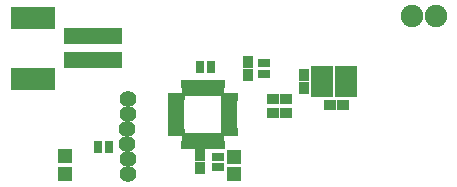
<source format=gbs>
G04 #@! TF.FileFunction,Soldermask,Bot*
%FSLAX46Y46*%
G04 Gerber Fmt 4.6, Leading zero omitted, Abs format (unit mm)*
G04 Created by KiCad (PCBNEW 4.0.1-stable) date 28/01/2016 21:23:27*
%MOMM*%
G01*
G04 APERTURE LIST*
%ADD10C,0.100000*%
%ADD11R,1.000000X0.800000*%
%ADD12R,4.900000X1.400000*%
%ADD13R,3.800000X1.900000*%
%ADD14R,1.000000X0.900000*%
%ADD15R,0.900000X1.000000*%
%ADD16R,1.150000X1.200000*%
%ADD17C,1.900000*%
%ADD18R,0.800000X1.000000*%
%ADD19R,1.900000X1.400000*%
%ADD20R,0.700000X1.400000*%
%ADD21R,1.400000X0.700000*%
%ADD22C,1.400000*%
G04 APERTURE END LIST*
D10*
D11*
X68700000Y-61750000D03*
X68700000Y-60850000D03*
D12*
X58100000Y-52680000D03*
X58100000Y-50680000D03*
D13*
X53050000Y-54280000D03*
X53050000Y-49080000D03*
D14*
X79300000Y-56500000D03*
X78200000Y-56500000D03*
D15*
X76000000Y-53950000D03*
X76000000Y-55050000D03*
X67200000Y-60750000D03*
X67200000Y-61850000D03*
X71200000Y-52850000D03*
X71200000Y-53950000D03*
D14*
X73325000Y-55950000D03*
X74425000Y-55950000D03*
X73325000Y-57150000D03*
X74425000Y-57150000D03*
D16*
X55725000Y-60800000D03*
X55725000Y-62300000D03*
X70000000Y-60850000D03*
X70000000Y-62350000D03*
D17*
X87100000Y-48925000D03*
X85100000Y-48925000D03*
D11*
X72600000Y-52950000D03*
X72600000Y-53850000D03*
D18*
X67150000Y-53300000D03*
X68050000Y-53300000D03*
X58550000Y-60000000D03*
X59450000Y-60000000D03*
D19*
X77500000Y-53850000D03*
X77500000Y-55150000D03*
X79500000Y-53850000D03*
X79500000Y-55150000D03*
D10*
G36*
X65550000Y-54350000D02*
X66250000Y-54350000D01*
X66200000Y-55750000D01*
X65600000Y-55750000D01*
X65550000Y-54350000D01*
X65550000Y-54350000D01*
G37*
D20*
X66400000Y-55050000D03*
X66900000Y-55050000D03*
X67400000Y-55050000D03*
X67900000Y-55050000D03*
X68400000Y-55050000D03*
D10*
G36*
X68550000Y-54350000D02*
X69250000Y-54350000D01*
X69200000Y-55750000D01*
X68600000Y-55750000D01*
X68550000Y-54350000D01*
X68550000Y-54350000D01*
G37*
G36*
X70350000Y-55450000D02*
X70350000Y-56150000D01*
X68950000Y-56100000D01*
X68950000Y-55500000D01*
X70350000Y-55450000D01*
X70350000Y-55450000D01*
G37*
D21*
X69650000Y-56300000D03*
X69650000Y-56800000D03*
X69650000Y-57300000D03*
X69650000Y-57800000D03*
X69650000Y-58300000D03*
D10*
G36*
X70350000Y-58450000D02*
X70350000Y-59150000D01*
X68950000Y-59100000D01*
X68950000Y-58500000D01*
X70350000Y-58450000D01*
X70350000Y-58450000D01*
G37*
G36*
X69250000Y-60250000D02*
X68550000Y-60250000D01*
X68600000Y-58850000D01*
X69200000Y-58850000D01*
X69250000Y-60250000D01*
X69250000Y-60250000D01*
G37*
D20*
X68400000Y-59550000D03*
X67900000Y-59550000D03*
X67400000Y-59550000D03*
X66900000Y-59550000D03*
X66400000Y-59550000D03*
D10*
G36*
X66250000Y-60250000D02*
X65550000Y-60250000D01*
X65600000Y-58850000D01*
X66200000Y-58850000D01*
X66250000Y-60250000D01*
X66250000Y-60250000D01*
G37*
G36*
X64450000Y-59150000D02*
X64450000Y-58450000D01*
X65850000Y-58500000D01*
X65850000Y-59100000D01*
X64450000Y-59150000D01*
X64450000Y-59150000D01*
G37*
D21*
X65150000Y-58300000D03*
X65150000Y-57800000D03*
X65150000Y-57300000D03*
X65150000Y-56800000D03*
X65150000Y-56300000D03*
D10*
G36*
X64450000Y-56150000D02*
X64450000Y-55450000D01*
X65850000Y-55500000D01*
X65850000Y-56100000D01*
X64450000Y-56150000D01*
X64450000Y-56150000D01*
G37*
D22*
X61025000Y-62350000D03*
X61088500Y-61080000D03*
X60961500Y-59810000D03*
X60961500Y-58540000D03*
X61088500Y-57270000D03*
X61025000Y-56000000D03*
M02*

</source>
